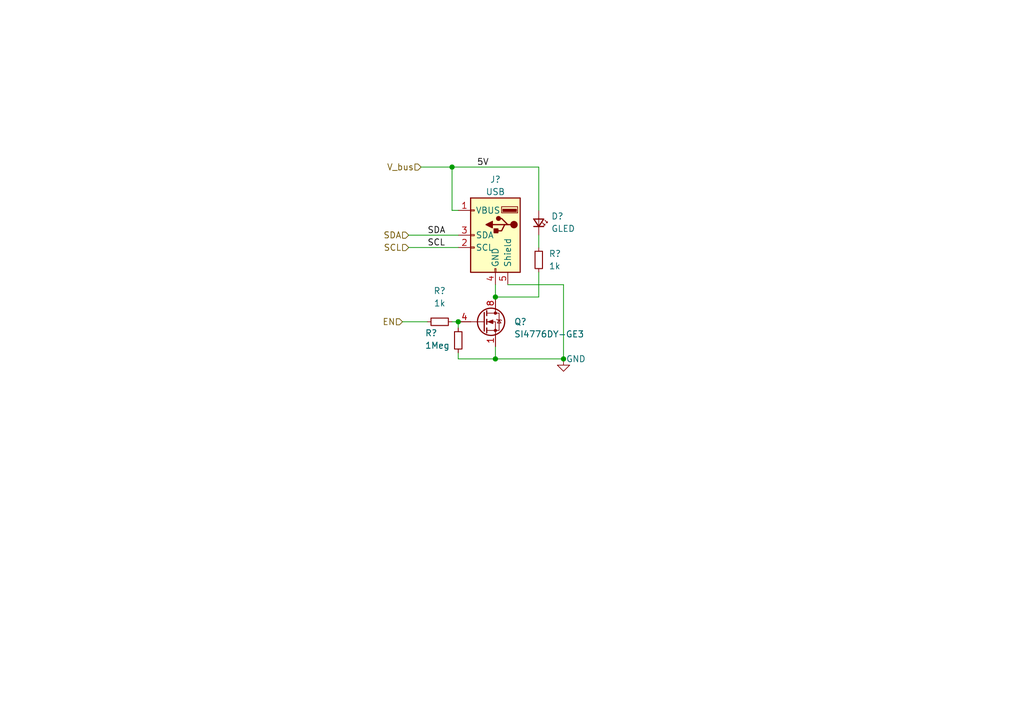
<source format=kicad_sch>
(kicad_sch (version 20211123) (generator eeschema)
  (paper "A5")
  (title_block (date "2022-12-27") (rev "0.1") (company "ncAudio"))
  (lib_symbols
    (symbol "Device:LED_Small" (pin_numbers hide) (pin_names (offset 0.254) hide)
      (property "Reference" "D" (at -1.27 3.175 0))
      (property "Value" "LED_Small" (at -4.445 -2.54 0))
      (symbol "LED_Small_0_1"
        (polyline (pts (xy -0.762 -1.016) (xy -0.762 1.016)) (stroke (width 0.254)))
        (polyline (pts (xy 1.016 0) (xy -0.762 0)))
        (polyline (pts (xy 0.762 -1.016) (xy -0.762 0) (xy 0.762 1.016) (xy 0.762 -1.016)) (stroke (width 0.254)))
        (polyline (pts (xy 0 0.762) (xy -0.508 1.27) (xy -0.254 1.27) (xy -0.508 1.27) (xy -0.508 1.016)))
        (polyline (pts (xy 0.508 1.27) (xy 0 1.778) (xy 0.254 1.778) (xy 0 1.778) (xy 0 1.524)))
      )
      (symbol "LED_Small_1_1"
        (pin passive line (at -2.54 0 0) (length 1.778) (name "K") (number "1"))
        (pin passive line (at 2.54 0 180) (length 1.778) (name "A") (number "2"))
      )
    )
    (symbol "Device:R_Small" (pin_numbers hide) (pin_names (offset 0.254) hide)
      (property "Reference" "R" (at 0.762 0.508 0))
      (property "Value" "R_Small" (at 0.762 -1.016 0))
      (symbol "R_Small_0_1"
        (rectangle (start -0.762 1.778) (end 0.762 -1.778) (stroke (width 0.2032)))
      )
      (symbol "R_Small_1_1"
        (pin passive line (at 0 2.54 270) (length 0.762) (name "~") (number "1"))
        (pin passive line (at 0 -2.54 90) (length 0.762) (name "~") (number "2"))
      )
    )
    (symbol "Transistor_FET:Si4162DY" (pin_names hide)
      (property "Reference" "Q" (at 5.08 2.54 0))
      (property "Value" "Si4162DY" (at 5.08 0 0))
      (symbol "Si4162DY_0_1"
        (polyline (pts (xy 0.254 0) (xy -2.54 0)))
        (polyline (pts (xy 0.254 1.905) (xy 0.254 -1.905)) (stroke (width 0.254)))
        (polyline (pts (xy 0.762 -1.27) (xy 0.762 -2.286)) (stroke (width 0.254)))
        (polyline (pts (xy 0.762 0.508) (xy 0.762 -0.508)) (stroke (width 0.254)))
        (polyline (pts (xy 0.762 2.286) (xy 0.762 1.27)) (stroke (width 0.254)))
        (polyline (pts (xy 2.54 2.54) (xy 2.54 1.778)))
        (polyline (pts (xy 2.54 -2.54) (xy 2.54 0) (xy 0.762 0)))
        (polyline (pts (xy 0.762 -1.778) (xy 3.302 -1.778) (xy 3.302 1.778) (xy 0.762 1.778)))
        (polyline (pts (xy 1.016 0) (xy 2.032 0.381) (xy 2.032 -0.381) (xy 1.016 0)) (fill (type outline)))
        (polyline (pts (xy 2.794 0.508) (xy 2.921 0.381) (xy 3.683 0.381) (xy 3.81 0.254)))
        (polyline (pts (xy 3.302 0.381) (xy 2.921 -0.254) (xy 3.683 -0.254) (xy 3.302 0.381)))
        (circle (center 1.651 0) (radius 2.794) (stroke (width 0.254)))
        (circle (center 2.54 -1.778) (radius 0.254) (fill (type outline)))
        (circle (center 2.54 1.778) (radius 0.254) (fill (type outline)))
      )
      (symbol "Si4162DY_1_1"
        (pin passive line (at 2.54 -5.08 90) (length 2.54) (name "S") (number "1"))
        (pin passive line (at 2.54 -5.08 90) (length 2.54) hide (name "S") (number "2"))
        (pin passive line (at 2.54 -5.08 90) (length 2.54) hide (name "S") (number "3"))
        (pin input line (at -5.08 0 0) (length 2.54) (name "G") (number "4"))
        (pin passive line (at 2.54 5.08 270) (length 2.54) hide (name "D") (number "5"))
        (pin passive line (at 2.54 5.08 270) (length 2.54) hide (name "D") (number "6"))
        (pin passive line (at 2.54 5.08 270) (length 2.54) hide (name "D") (number "7"))
        (pin passive line (at 2.54 5.08 270) (length 2.54) (name "D") (number "8"))
      )
    )
    (symbol "USB_A_1" (pin_names (offset 1.016))
      (property "Reference" "J?" (at -8.89 6.35 0))
      (property "Value" "USB_A_1" (at -8.89 3.81 0))
      (symbol "USB_A_1_0_1"
        (rectangle (start -5.08 -7.62) (end 5.08 7.62) (stroke (width 0.254)) (fill (type background)))
        (circle (center -3.81 2.159) (radius 0.635) (stroke (width 0.254)) (fill (type outline)))
        (rectangle (start -1.524 4.826) (end -4.318 5.334) (fill (type outline)))
        (rectangle (start -1.27 4.572) (end -4.572 5.842))
        (circle (center -0.635 3.429) (radius 0.381) (stroke (width 0.254)) (fill (type outline)))
        (rectangle (start -0.127 -7.62) (end 0.127 -6.858))
        (polyline (pts (xy -3.175 2.159) (xy -2.54 2.159) (xy -1.27 3.429) (xy -0.635 3.429)) (stroke (width 0.254)))
        (polyline (pts (xy -2.54 2.159) (xy -1.905 2.159) (xy -1.27 0.889) (xy 0 0.889)) (stroke (width 0.254)))
        (polyline (pts (xy 0.635 2.794) (xy 0.635 1.524) (xy 1.905 2.159) (xy 0.635 2.794)) (stroke (width 0.254)) (fill (type outline)))
        (rectangle (start 0.254 1.27) (end -0.508 0.508) (stroke (width 0.254)) (fill (type outline)))
        (rectangle (start 5.08 -2.667) (end 4.318 -2.413))
        (rectangle (start 5.08 -0.127) (end 4.318 0.127))
        (rectangle (start 5.08 4.953) (end 4.318 5.207))
      )
      (symbol "USB_A_1_1_1"
        (polyline (pts (xy -1.905 2.159) (xy 0.635 2.159)) (stroke (width 0.254)))
        (pin power_in line (at 7.62 5.08 180) (length 2.54) (name "VBUS") (number "1"))
        (pin bidirectional line (at 7.62 -2.54 180) (length 2.54) (name "SCL") (number "2"))
        (pin bidirectional line (at 7.62 0 180) (length 2.54) (name "SDA") (number "3"))
        (pin power_in line (at 0 -10.16 90) (length 2.54) (name "GND") (number "4"))
        (pin passive line (at -2.54 -10.16 90) (length 2.54) (name "Shield") (number "5"))
      )
    )
    (symbol "power:GND" (power) (pin_names (offset 0))
      (property "Value" "GND" (at 0 -3.81 0))
      (symbol "GND_0_1"
        (polyline (pts (xy 0 0) (xy 0 -1.27) (xy 1.27 -1.27) (xy 0 -2.54) (xy -1.27 -1.27) (xy 0 -1.27)))
      )
      (symbol "GND_1_1"
        (pin power_in line (at 0 0 270) (length 0) hide (name "GND") (number "1"))
      )
    )
  )
  (junction (at 101.6 60.96))
  (junction (at 92.71 34.29))
  (junction (at 93.98 66.04))
  (junction (at 115.57 73.66))
  (junction (at 101.6 73.66))
  (wire (pts (xy 110.49 34.29) (xy 92.71 34.29)))
  (wire (pts (xy 110.49 34.29) (xy 110.49 43.18)))
  (wire (pts (xy 110.49 55.88) (xy 110.49 60.96)))
  (wire (pts (xy 92.71 34.29) (xy 86.36 34.29)))
  (wire (pts (xy 101.6 73.66) (xy 115.57 73.66)))
  (wire (pts (xy 92.71 66.04) (xy 93.98 66.04)))
  (wire (pts (xy 83.82 48.26) (xy 93.98 48.26)))
  (wire (pts (xy 115.57 58.42) (xy 104.14 58.42)))
  (wire (pts (xy 115.57 73.66) (xy 115.57 58.42)))
  (wire (pts (xy 93.98 72.39) (xy 93.98 73.66)))
  (wire (pts (xy 92.71 34.29) (xy 92.71 43.18)))
  (wire (pts (xy 83.82 50.8) (xy 93.98 50.8)))
  (wire (pts (xy 101.6 58.42) (xy 101.6 60.96)))
  (wire (pts (xy 92.71 43.18) (xy 93.98 43.18)))
  (wire (pts (xy 93.98 66.04) (xy 93.98 67.31)))
  (wire (pts (xy 82.55 66.04) (xy 87.63 66.04)))
  (wire (pts (xy 101.6 73.66) (xy 101.6 71.12)))
  (wire (pts (xy 93.98 73.66) (xy 101.6 73.66)))
  (wire (pts (xy 110.49 60.96) (xy 101.6 60.96)))
  (wire (pts (xy 110.49 48.26) (xy 110.49 50.8)))
  (label "SDA" (at 87.63 48.26 0))
  (label "SCL" (at 87.6284 50.8 0))
  (label "5V" (at 97.79 34.29 0))
  (hierarchical_label "V_bus" (shape input) (at 86.36 34.29 180))
  (hierarchical_label "SCL" (shape input) (at 83.82 50.8 180))
  (hierarchical_label "EN" (shape input) (at 82.55 66.04 180))
  (hierarchical_label "SDA" (shape input) (at 83.82 48.26 180))
  (symbol (lib_id "Device:LED_Small") (at 110.49 45.72 270) (mirror x) (unit 1)
    (property "Reference" "D?" (at 113.03 44.3864 90) (effects (justify left)))
    (property "Value" "GLED" (at 113.03 46.9264 90) (effects (justify left)))
  )
  (symbol (lib_id "Device:R_Small") (at 93.98 69.85 0) (unit 1)
    (property "Reference" "R?" (at 87.1354 68.3555 0) (effects (justify left)))
    (property "Value" "1Meg" (at 87.1354 70.8955 0) (effects (justify left)))
  )
  (symbol (lib_id "power:GND") (at 115.57 73.66 0) (unit 1)
    (property "Reference" "#PWR?" (effects hide))
    (property "Value" "~" (at 118.11 73.66 0))
  )
  (symbol (lib_id "Device:R_Small") (at 110.49 53.34 180) (unit 1)
    (property "Reference" "R?" (at 112.5301 52.0699 0) (effects (justify right)))
    (property "Value" "1k" (at 112.5301 54.6099 0) (effects (justify right)))
  )
  (symbol (lib_id "Transistor_FET:Si4162DY") (at 99.06 66.04 0) (unit 1)
    (property "Reference" "Q?" (at 105.41 66.04 0) (effects (justify left)))
    (property "Value" "SI4776DY-GE3" (at 105.41 68.58 0) (effects (justify left)))
    (property "Datasheet" "http://www.vishay.com/docs/68967/si4162dy.pdf" (effects hide))
  )
  (symbol (lib_id "Device:R_Small") (at 90.17 66.04 90) (unit 1)
    (property "Reference" "R?" (at 90.17 59.69 90))
    (property "Value" "1k" (at 90.17 62.23 90))
  )
  (symbol (lib_name "USB_A_1") (lib_id "Connector:USB_A") (at 101.6 48.26 0) (mirror y) (unit 1)
    (property "Reference" "J?" (at 101.6 36.83 0))
    (property "Value" "USB" (at 101.6 39.37 0))
    (property "Datasheet" " ~" (effects hide))
  )
)
</source>
